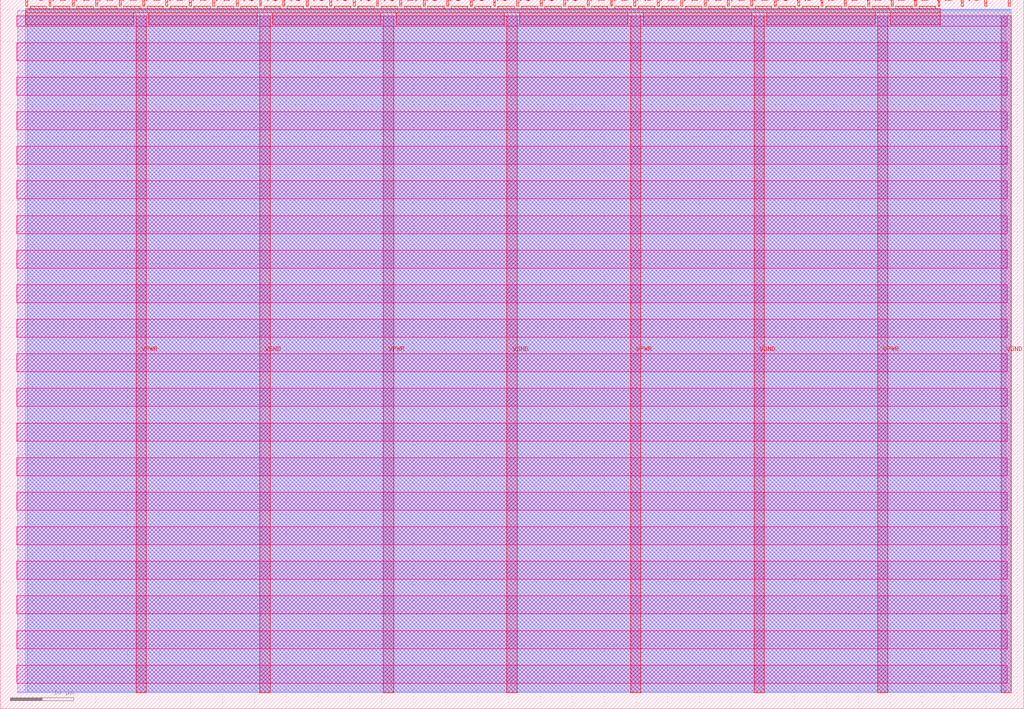
<source format=lef>
VERSION 5.7 ;
  NOWIREEXTENSIONATPIN ON ;
  DIVIDERCHAR "/" ;
  BUSBITCHARS "[]" ;
MACRO tt_um_wokwi_395034561853515777
  CLASS BLOCK ;
  FOREIGN tt_um_wokwi_395034561853515777 ;
  ORIGIN 0.000 0.000 ;
  SIZE 161.000 BY 111.520 ;
  PIN VGND
    DIRECTION INOUT ;
    USE GROUND ;
    PORT
      LAYER met4 ;
        RECT 40.830 2.480 42.430 109.040 ;
    END
    PORT
      LAYER met4 ;
        RECT 79.700 2.480 81.300 109.040 ;
    END
    PORT
      LAYER met4 ;
        RECT 118.570 2.480 120.170 109.040 ;
    END
    PORT
      LAYER met4 ;
        RECT 157.440 2.480 159.040 109.040 ;
    END
  END VGND
  PIN VPWR
    DIRECTION INOUT ;
    USE POWER ;
    PORT
      LAYER met4 ;
        RECT 21.395 2.480 22.995 109.040 ;
    END
    PORT
      LAYER met4 ;
        RECT 60.265 2.480 61.865 109.040 ;
    END
    PORT
      LAYER met4 ;
        RECT 99.135 2.480 100.735 109.040 ;
    END
    PORT
      LAYER met4 ;
        RECT 138.005 2.480 139.605 109.040 ;
    END
  END VPWR
  PIN clk
    DIRECTION INPUT ;
    USE SIGNAL ;
    PORT
      LAYER met4 ;
        RECT 154.870 110.520 155.170 111.520 ;
    END
  END clk
  PIN ena
    DIRECTION INPUT ;
    USE SIGNAL ;
    PORT
      LAYER met4 ;
        RECT 158.550 110.520 158.850 111.520 ;
    END
  END ena
  PIN rst_n
    DIRECTION INPUT ;
    USE SIGNAL ;
    PORT
      LAYER met4 ;
        RECT 151.190 110.520 151.490 111.520 ;
    END
  END rst_n
  PIN ui_in[0]
    DIRECTION INPUT ;
    USE SIGNAL ;
    ANTENNAGATEAREA 0.213000 ;
    PORT
      LAYER met4 ;
        RECT 147.510 110.520 147.810 111.520 ;
    END
  END ui_in[0]
  PIN ui_in[1]
    DIRECTION INPUT ;
    USE SIGNAL ;
    ANTENNAGATEAREA 0.213000 ;
    PORT
      LAYER met4 ;
        RECT 143.830 110.520 144.130 111.520 ;
    END
  END ui_in[1]
  PIN ui_in[2]
    DIRECTION INPUT ;
    USE SIGNAL ;
    ANTENNAGATEAREA 0.213000 ;
    PORT
      LAYER met4 ;
        RECT 140.150 110.520 140.450 111.520 ;
    END
  END ui_in[2]
  PIN ui_in[3]
    DIRECTION INPUT ;
    USE SIGNAL ;
    ANTENNAGATEAREA 0.126000 ;
    PORT
      LAYER met4 ;
        RECT 136.470 110.520 136.770 111.520 ;
    END
  END ui_in[3]
  PIN ui_in[4]
    DIRECTION INPUT ;
    USE SIGNAL ;
    ANTENNAGATEAREA 0.196500 ;
    PORT
      LAYER met4 ;
        RECT 132.790 110.520 133.090 111.520 ;
    END
  END ui_in[4]
  PIN ui_in[5]
    DIRECTION INPUT ;
    USE SIGNAL ;
    ANTENNAGATEAREA 0.196500 ;
    PORT
      LAYER met4 ;
        RECT 129.110 110.520 129.410 111.520 ;
    END
  END ui_in[5]
  PIN ui_in[6]
    DIRECTION INPUT ;
    USE SIGNAL ;
    ANTENNAGATEAREA 0.196500 ;
    PORT
      LAYER met4 ;
        RECT 125.430 110.520 125.730 111.520 ;
    END
  END ui_in[6]
  PIN ui_in[7]
    DIRECTION INPUT ;
    USE SIGNAL ;
    PORT
      LAYER met4 ;
        RECT 121.750 110.520 122.050 111.520 ;
    END
  END ui_in[7]
  PIN uio_in[0]
    DIRECTION INPUT ;
    USE SIGNAL ;
    PORT
      LAYER met4 ;
        RECT 118.070 110.520 118.370 111.520 ;
    END
  END uio_in[0]
  PIN uio_in[1]
    DIRECTION INPUT ;
    USE SIGNAL ;
    PORT
      LAYER met4 ;
        RECT 114.390 110.520 114.690 111.520 ;
    END
  END uio_in[1]
  PIN uio_in[2]
    DIRECTION INPUT ;
    USE SIGNAL ;
    PORT
      LAYER met4 ;
        RECT 110.710 110.520 111.010 111.520 ;
    END
  END uio_in[2]
  PIN uio_in[3]
    DIRECTION INPUT ;
    USE SIGNAL ;
    PORT
      LAYER met4 ;
        RECT 107.030 110.520 107.330 111.520 ;
    END
  END uio_in[3]
  PIN uio_in[4]
    DIRECTION INPUT ;
    USE SIGNAL ;
    PORT
      LAYER met4 ;
        RECT 103.350 110.520 103.650 111.520 ;
    END
  END uio_in[4]
  PIN uio_in[5]
    DIRECTION INPUT ;
    USE SIGNAL ;
    PORT
      LAYER met4 ;
        RECT 99.670 110.520 99.970 111.520 ;
    END
  END uio_in[5]
  PIN uio_in[6]
    DIRECTION INPUT ;
    USE SIGNAL ;
    PORT
      LAYER met4 ;
        RECT 95.990 110.520 96.290 111.520 ;
    END
  END uio_in[6]
  PIN uio_in[7]
    DIRECTION INPUT ;
    USE SIGNAL ;
    PORT
      LAYER met4 ;
        RECT 92.310 110.520 92.610 111.520 ;
    END
  END uio_in[7]
  PIN uio_oe[0]
    DIRECTION OUTPUT TRISTATE ;
    USE SIGNAL ;
    PORT
      LAYER met4 ;
        RECT 29.750 110.520 30.050 111.520 ;
    END
  END uio_oe[0]
  PIN uio_oe[1]
    DIRECTION OUTPUT TRISTATE ;
    USE SIGNAL ;
    PORT
      LAYER met4 ;
        RECT 26.070 110.520 26.370 111.520 ;
    END
  END uio_oe[1]
  PIN uio_oe[2]
    DIRECTION OUTPUT TRISTATE ;
    USE SIGNAL ;
    PORT
      LAYER met4 ;
        RECT 22.390 110.520 22.690 111.520 ;
    END
  END uio_oe[2]
  PIN uio_oe[3]
    DIRECTION OUTPUT TRISTATE ;
    USE SIGNAL ;
    PORT
      LAYER met4 ;
        RECT 18.710 110.520 19.010 111.520 ;
    END
  END uio_oe[3]
  PIN uio_oe[4]
    DIRECTION OUTPUT TRISTATE ;
    USE SIGNAL ;
    PORT
      LAYER met4 ;
        RECT 15.030 110.520 15.330 111.520 ;
    END
  END uio_oe[4]
  PIN uio_oe[5]
    DIRECTION OUTPUT TRISTATE ;
    USE SIGNAL ;
    PORT
      LAYER met4 ;
        RECT 11.350 110.520 11.650 111.520 ;
    END
  END uio_oe[5]
  PIN uio_oe[6]
    DIRECTION OUTPUT TRISTATE ;
    USE SIGNAL ;
    PORT
      LAYER met4 ;
        RECT 7.670 110.520 7.970 111.520 ;
    END
  END uio_oe[6]
  PIN uio_oe[7]
    DIRECTION OUTPUT TRISTATE ;
    USE SIGNAL ;
    PORT
      LAYER met4 ;
        RECT 3.990 110.520 4.290 111.520 ;
    END
  END uio_oe[7]
  PIN uio_out[0]
    DIRECTION OUTPUT TRISTATE ;
    USE SIGNAL ;
    PORT
      LAYER met4 ;
        RECT 59.190 110.520 59.490 111.520 ;
    END
  END uio_out[0]
  PIN uio_out[1]
    DIRECTION OUTPUT TRISTATE ;
    USE SIGNAL ;
    PORT
      LAYER met4 ;
        RECT 55.510 110.520 55.810 111.520 ;
    END
  END uio_out[1]
  PIN uio_out[2]
    DIRECTION OUTPUT TRISTATE ;
    USE SIGNAL ;
    PORT
      LAYER met4 ;
        RECT 51.830 110.520 52.130 111.520 ;
    END
  END uio_out[2]
  PIN uio_out[3]
    DIRECTION OUTPUT TRISTATE ;
    USE SIGNAL ;
    PORT
      LAYER met4 ;
        RECT 48.150 110.520 48.450 111.520 ;
    END
  END uio_out[3]
  PIN uio_out[4]
    DIRECTION OUTPUT TRISTATE ;
    USE SIGNAL ;
    PORT
      LAYER met4 ;
        RECT 44.470 110.520 44.770 111.520 ;
    END
  END uio_out[4]
  PIN uio_out[5]
    DIRECTION OUTPUT TRISTATE ;
    USE SIGNAL ;
    PORT
      LAYER met4 ;
        RECT 40.790 110.520 41.090 111.520 ;
    END
  END uio_out[5]
  PIN uio_out[6]
    DIRECTION OUTPUT TRISTATE ;
    USE SIGNAL ;
    PORT
      LAYER met4 ;
        RECT 37.110 110.520 37.410 111.520 ;
    END
  END uio_out[6]
  PIN uio_out[7]
    DIRECTION OUTPUT TRISTATE ;
    USE SIGNAL ;
    PORT
      LAYER met4 ;
        RECT 33.430 110.520 33.730 111.520 ;
    END
  END uio_out[7]
  PIN uo_out[0]
    DIRECTION OUTPUT TRISTATE ;
    USE SIGNAL ;
    ANTENNADIFFAREA 0.795200 ;
    PORT
      LAYER met4 ;
        RECT 88.630 110.520 88.930 111.520 ;
    END
  END uo_out[0]
  PIN uo_out[1]
    DIRECTION OUTPUT TRISTATE ;
    USE SIGNAL ;
    ANTENNADIFFAREA 0.445500 ;
    PORT
      LAYER met4 ;
        RECT 84.950 110.520 85.250 111.520 ;
    END
  END uo_out[1]
  PIN uo_out[2]
    DIRECTION OUTPUT TRISTATE ;
    USE SIGNAL ;
    ANTENNADIFFAREA 0.445500 ;
    PORT
      LAYER met4 ;
        RECT 81.270 110.520 81.570 111.520 ;
    END
  END uo_out[2]
  PIN uo_out[3]
    DIRECTION OUTPUT TRISTATE ;
    USE SIGNAL ;
    ANTENNADIFFAREA 0.445500 ;
    PORT
      LAYER met4 ;
        RECT 77.590 110.520 77.890 111.520 ;
    END
  END uo_out[3]
  PIN uo_out[4]
    DIRECTION OUTPUT TRISTATE ;
    USE SIGNAL ;
    ANTENNADIFFAREA 0.445500 ;
    PORT
      LAYER met4 ;
        RECT 73.910 110.520 74.210 111.520 ;
    END
  END uo_out[4]
  PIN uo_out[5]
    DIRECTION OUTPUT TRISTATE ;
    USE SIGNAL ;
    ANTENNADIFFAREA 0.445500 ;
    PORT
      LAYER met4 ;
        RECT 70.230 110.520 70.530 111.520 ;
    END
  END uo_out[5]
  PIN uo_out[6]
    DIRECTION OUTPUT TRISTATE ;
    USE SIGNAL ;
    ANTENNADIFFAREA 0.445500 ;
    PORT
      LAYER met4 ;
        RECT 66.550 110.520 66.850 111.520 ;
    END
  END uo_out[6]
  PIN uo_out[7]
    DIRECTION OUTPUT TRISTATE ;
    USE SIGNAL ;
    PORT
      LAYER met4 ;
        RECT 62.870 110.520 63.170 111.520 ;
    END
  END uo_out[7]
  OBS
      LAYER nwell ;
        RECT 2.570 107.385 158.430 108.990 ;
        RECT 2.570 101.945 158.430 104.775 ;
        RECT 2.570 96.505 158.430 99.335 ;
        RECT 2.570 91.065 158.430 93.895 ;
        RECT 2.570 85.625 158.430 88.455 ;
        RECT 2.570 80.185 158.430 83.015 ;
        RECT 2.570 74.745 158.430 77.575 ;
        RECT 2.570 69.305 158.430 72.135 ;
        RECT 2.570 63.865 158.430 66.695 ;
        RECT 2.570 58.425 158.430 61.255 ;
        RECT 2.570 52.985 158.430 55.815 ;
        RECT 2.570 47.545 158.430 50.375 ;
        RECT 2.570 42.105 158.430 44.935 ;
        RECT 2.570 36.665 158.430 39.495 ;
        RECT 2.570 31.225 158.430 34.055 ;
        RECT 2.570 25.785 158.430 28.615 ;
        RECT 2.570 20.345 158.430 23.175 ;
        RECT 2.570 14.905 158.430 17.735 ;
        RECT 2.570 9.465 158.430 12.295 ;
        RECT 2.570 4.025 158.430 6.855 ;
      LAYER li1 ;
        RECT 2.760 2.635 158.240 108.885 ;
      LAYER met1 ;
        RECT 2.760 2.480 159.040 109.780 ;
      LAYER met2 ;
        RECT 4.230 2.535 159.010 110.005 ;
      LAYER met3 ;
        RECT 3.950 2.555 159.030 109.985 ;
      LAYER met4 ;
        RECT 4.690 110.120 7.270 110.520 ;
        RECT 8.370 110.120 10.950 110.520 ;
        RECT 12.050 110.120 14.630 110.520 ;
        RECT 15.730 110.120 18.310 110.520 ;
        RECT 19.410 110.120 21.990 110.520 ;
        RECT 23.090 110.120 25.670 110.520 ;
        RECT 26.770 110.120 29.350 110.520 ;
        RECT 30.450 110.120 33.030 110.520 ;
        RECT 34.130 110.120 36.710 110.520 ;
        RECT 37.810 110.120 40.390 110.520 ;
        RECT 41.490 110.120 44.070 110.520 ;
        RECT 45.170 110.120 47.750 110.520 ;
        RECT 48.850 110.120 51.430 110.520 ;
        RECT 52.530 110.120 55.110 110.520 ;
        RECT 56.210 110.120 58.790 110.520 ;
        RECT 59.890 110.120 62.470 110.520 ;
        RECT 63.570 110.120 66.150 110.520 ;
        RECT 67.250 110.120 69.830 110.520 ;
        RECT 70.930 110.120 73.510 110.520 ;
        RECT 74.610 110.120 77.190 110.520 ;
        RECT 78.290 110.120 80.870 110.520 ;
        RECT 81.970 110.120 84.550 110.520 ;
        RECT 85.650 110.120 88.230 110.520 ;
        RECT 89.330 110.120 91.910 110.520 ;
        RECT 93.010 110.120 95.590 110.520 ;
        RECT 96.690 110.120 99.270 110.520 ;
        RECT 100.370 110.120 102.950 110.520 ;
        RECT 104.050 110.120 106.630 110.520 ;
        RECT 107.730 110.120 110.310 110.520 ;
        RECT 111.410 110.120 113.990 110.520 ;
        RECT 115.090 110.120 117.670 110.520 ;
        RECT 118.770 110.120 121.350 110.520 ;
        RECT 122.450 110.120 125.030 110.520 ;
        RECT 126.130 110.120 128.710 110.520 ;
        RECT 129.810 110.120 132.390 110.520 ;
        RECT 133.490 110.120 136.070 110.520 ;
        RECT 137.170 110.120 139.750 110.520 ;
        RECT 140.850 110.120 143.430 110.520 ;
        RECT 144.530 110.120 147.110 110.520 ;
        RECT 3.975 109.440 147.825 110.120 ;
        RECT 3.975 107.615 20.995 109.440 ;
        RECT 23.395 107.615 40.430 109.440 ;
        RECT 42.830 107.615 59.865 109.440 ;
        RECT 62.265 107.615 79.300 109.440 ;
        RECT 81.700 107.615 98.735 109.440 ;
        RECT 101.135 107.615 118.170 109.440 ;
        RECT 120.570 107.615 137.605 109.440 ;
        RECT 140.005 107.615 147.825 109.440 ;
  END
END tt_um_wokwi_395034561853515777
END LIBRARY


</source>
